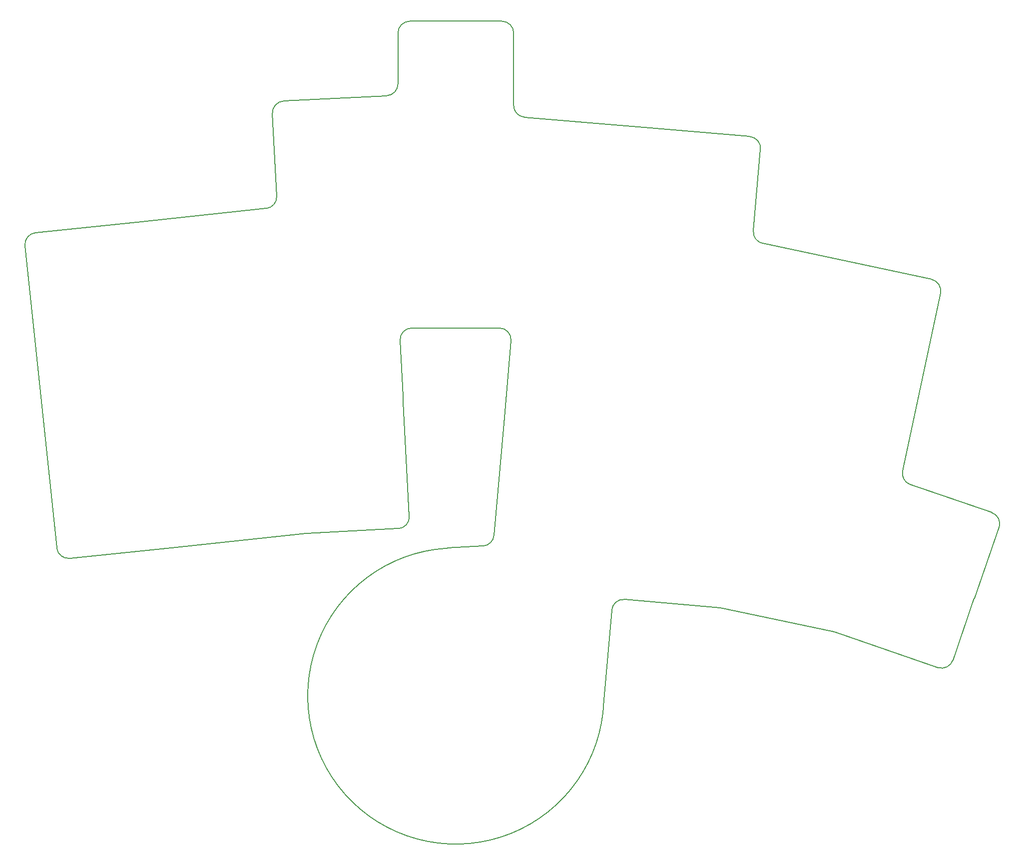
<source format=gbr>
%TF.GenerationSoftware,KiCad,Pcbnew,(6.0.7-1)-1*%
%TF.CreationDate,2022-09-15T11:20:55-04:00*%
%TF.ProjectId,skyline_pcb_exp_bottom_plate,736b796c-696e-4655-9f70-63625f657870,v1.0.0*%
%TF.SameCoordinates,Original*%
%TF.FileFunction,Profile,NP*%
%FSLAX46Y46*%
G04 Gerber Fmt 4.6, Leading zero omitted, Abs format (unit mm)*
G04 Created by KiCad (PCBNEW (6.0.7-1)-1) date 2022-09-15 11:20:55*
%MOMM*%
%LPD*%
G01*
G04 APERTURE LIST*
%TA.AperFunction,Profile*%
%ADD10C,0.200000*%
%TD*%
G04 APERTURE END LIST*
D10*
X156075823Y-172436675D02*
G75*
G03*
X154083504Y-170262370I-1992423J174275D01*
G01*
X117525166Y-131799876D02*
G75*
G03*
X115632580Y-133901817I104634J-1997224D01*
G01*
X136919124Y-128885563D02*
X136919124Y-120262370D01*
X234676163Y-216121890D02*
X238810879Y-204113804D01*
X237570978Y-201571631D02*
X223765130Y-196817896D01*
X198365438Y-139981871D02*
G75*
G03*
X196547363Y-137815170I-1992438J174271D01*
G01*
X79077349Y-207535766D02*
G75*
G03*
X81275355Y-209315763I1989051J209066D01*
G01*
X156519124Y-132530681D02*
X156519124Y-120262370D01*
X156519130Y-120262370D02*
G75*
G03*
X154519124Y-118262370I-1999830J170D01*
G01*
X230967805Y-226584590D02*
X234581612Y-216089333D01*
X139272614Y-170262370D02*
X154083504Y-170262370D01*
X75474025Y-154119798D02*
X92679254Y-152311455D01*
X139272614Y-170262310D02*
G75*
G03*
X137275355Y-172367042I-14J-1999990D01*
G01*
X191566753Y-217691230D02*
X210861601Y-221792476D01*
X228864322Y-164380871D02*
G75*
G03*
X227323863Y-162008755I-1956222J415871D01*
G01*
X114578829Y-150009706D02*
G75*
G03*
X116367032Y-147916002I-209129J1989106D01*
G01*
X211096916Y-221857729D02*
G75*
G03*
X210861601Y-221792476I-651216J-1891471D01*
G01*
X228425635Y-227824480D02*
G75*
G03*
X230967805Y-226584590I651165J1890980D01*
G01*
X145198510Y-207608481D02*
G75*
G03*
X171804615Y-233515658I1520620J-25053889D01*
G01*
X81275355Y-209315763D02*
X98480584Y-207507421D01*
X117525167Y-131799886D02*
X135023796Y-130882822D01*
X178615859Y-136246367D02*
X196547363Y-137815170D01*
X115632580Y-133901817D02*
X116367032Y-147916001D01*
X175317033Y-216283420D02*
X191565550Y-217704981D01*
X154940000Y-185420000D02*
X156075894Y-172436681D01*
X234581612Y-216089333D02*
X234676163Y-216121890D01*
X137275355Y-172367042D02*
X137770181Y-181808879D01*
X197156427Y-153800972D02*
X198365441Y-139981871D01*
X137822517Y-182807509D02*
X138837834Y-202180922D01*
X222459911Y-194511023D02*
G75*
G03*
X223765130Y-196817896I1956189J-415877D01*
G01*
X137770181Y-181808879D02*
X137822517Y-182807509D01*
X92679255Y-152311455D02*
X114578830Y-150009717D01*
X138919124Y-118262370D02*
X154519124Y-118262370D01*
X178611501Y-136296176D02*
X178615859Y-136246367D01*
X153190835Y-205413054D02*
X154852845Y-186416195D01*
X136945246Y-204282835D02*
G75*
G03*
X138837834Y-202180922I-104646J1997235D01*
G01*
X211096914Y-221857735D02*
X228425631Y-227824491D01*
X98480584Y-207507421D02*
X121365910Y-205102076D01*
X135023794Y-130882787D02*
G75*
G03*
X136919124Y-128885563I-104594J1997187D01*
G01*
X171811070Y-233409338D02*
X173150333Y-218101498D01*
X171811068Y-233409338D02*
G75*
G03*
X171804616Y-233515658I1992132J-174262D01*
G01*
X138919124Y-118262424D02*
G75*
G03*
X136919124Y-120262370I-24J-1999976D01*
G01*
X238810893Y-204113809D02*
G75*
G03*
X237570978Y-201571631I-1891093J651109D01*
G01*
X151303117Y-207236002D02*
X145195764Y-207556074D01*
X175317033Y-216283417D02*
G75*
G03*
X173150332Y-218101498I-174233J-1992483D01*
G01*
X191566753Y-217691230D02*
X191565550Y-217704981D01*
X197156460Y-153800975D02*
G75*
G03*
X198732993Y-155931578I1992240J-174425D01*
G01*
X151303117Y-207236003D02*
G75*
G03*
X153190835Y-205413054I-104617J1997203D01*
G01*
X121470295Y-205093861D02*
X136945247Y-204282853D01*
X158344812Y-134523071D02*
X178611501Y-136296176D01*
X222459972Y-194511036D02*
X228864335Y-164380874D01*
X198732993Y-155931578D02*
X227323863Y-162008755D01*
X145195764Y-207556074D02*
X145198510Y-207608473D01*
X156519120Y-132530681D02*
G75*
G03*
X158344812Y-134523071I1999980J-19D01*
G01*
X121470295Y-205093861D02*
G75*
G03*
X121365910Y-205102076I104605J-1996539D01*
G01*
X154852845Y-186416195D02*
X154940000Y-185420000D01*
X73694039Y-156317899D02*
X79077255Y-207535776D01*
X75474020Y-154119737D02*
G75*
G03*
X73694039Y-156317899I209080J-1989063D01*
G01*
M02*

</source>
